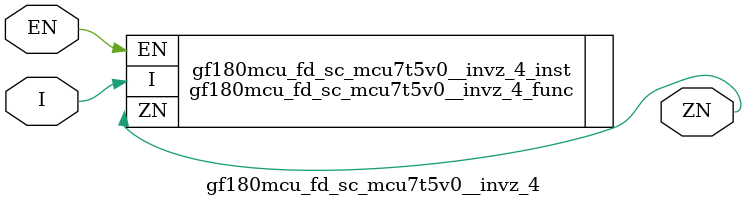
<source format=v>

module gf180mcu_fd_sc_mcu7t5v0__invz_4( EN, I, ZN );
input EN, I;
output ZN;

   `ifdef FUNCTIONAL  //  functional //

	gf180mcu_fd_sc_mcu7t5v0__invz_4_func gf180mcu_fd_sc_mcu7t5v0__invz_4_behav_inst(.EN(EN),.I(I),.ZN(ZN));

   `else

	gf180mcu_fd_sc_mcu7t5v0__invz_4_func gf180mcu_fd_sc_mcu7t5v0__invz_4_inst(.EN(EN),.I(I),.ZN(ZN));

	// spec_gates_begin


	// spec_gates_end



   specify

	// specify_block_begin

	// comb arc EN --> ZN
	 (EN => ZN) = (1.0,1.0);

	// comb arc I --> ZN
	 (I => ZN) = (1.0,1.0);

	// specify_block_end

   endspecify

   `endif

endmodule

</source>
